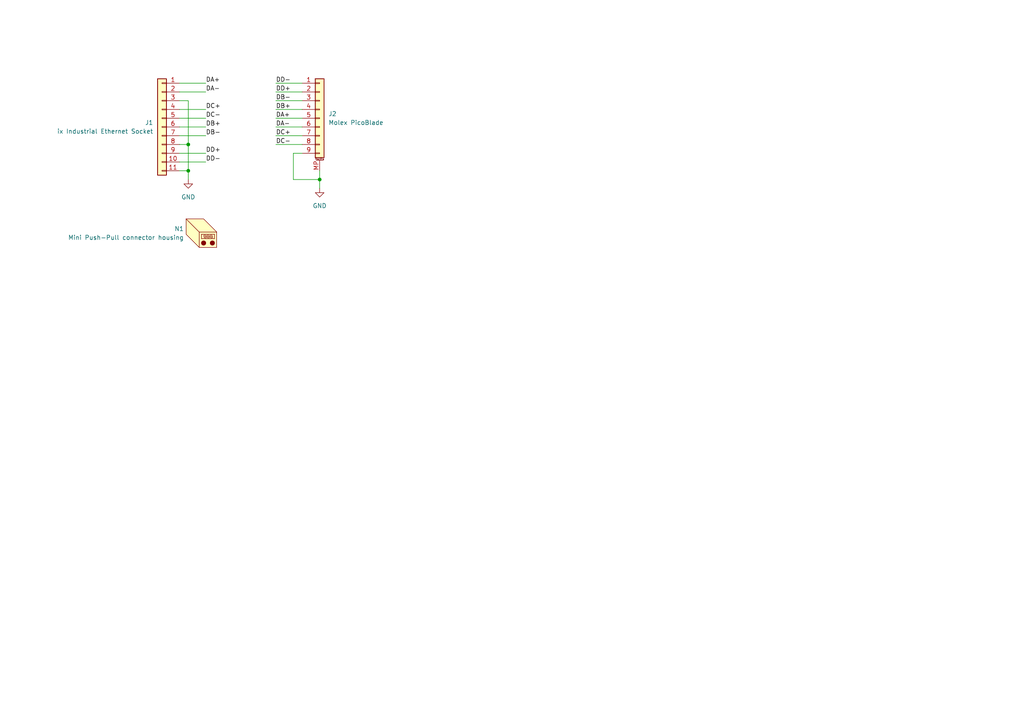
<source format=kicad_sch>
(kicad_sch (version 20231120) (generator "eeschema") (generator_version "8.0")
  (paper "A4")
  (lib_symbols
    (symbol "Connector_Generic:Conn_01x11" (pin_names (offset 1.016) hide)
      (property "Reference" "J" (at 0 15.24 0))
      (property "Value" "Conn_01x11" (at 0 -15.24 0))
      (symbol "Conn_01x11_1_1"
        (rectangle (start -1.27 -12.573) (end 0 -12.827) (stroke (width 0.1524)))
        (rectangle (start -1.27 -10.033) (end 0 -10.287) (stroke (width 0.1524)))
        (rectangle (start -1.27 -7.493) (end 0 -7.747) (stroke (width 0.1524)))
        (rectangle (start -1.27 -4.953) (end 0 -5.207) (stroke (width 0.1524)))
        (rectangle (start -1.27 -2.413) (end 0 -2.667) (stroke (width 0.1524)))
        (rectangle (start -1.27 0.127) (end 0 -0.127) (stroke (width 0.1524)))
        (rectangle (start -1.27 2.667) (end 0 2.413) (stroke (width 0.1524)))
        (rectangle (start -1.27 5.207) (end 0 4.953) (stroke (width 0.1524)))
        (rectangle (start -1.27 7.747) (end 0 7.493) (stroke (width 0.1524)))
        (rectangle (start -1.27 10.287) (end 0 10.033) (stroke (width 0.1524)))
        (rectangle (start -1.27 12.827) (end 0 12.573) (stroke (width 0.1524)))
        (rectangle (start -1.27 13.97) (end 1.27 -13.97) (stroke (width 0.254)) (fill (type background)))
        (pin passive line (at -5.08 12.7 0) (length 3.81) (name "Pin_1") (number "1"))
        (pin passive line (at -5.08 -10.16 0) (length 3.81) (name "Pin_10") (number "10"))
        (pin passive line (at -5.08 -12.7 0) (length 3.81) (name "Pin_11") (number "11"))
        (pin passive line (at -5.08 10.16 0) (length 3.81) (name "Pin_2") (number "2"))
        (pin passive line (at -5.08 7.62 0) (length 3.81) (name "Pin_3") (number "3"))
        (pin passive line (at -5.08 5.08 0) (length 3.81) (name "Pin_4") (number "4"))
        (pin passive line (at -5.08 2.54 0) (length 3.81) (name "Pin_5") (number "5"))
        (pin passive line (at -5.08 0 0) (length 3.81) (name "Pin_6") (number "6"))
        (pin passive line (at -5.08 -2.54 0) (length 3.81) (name "Pin_7") (number "7"))
        (pin passive line (at -5.08 -5.08 0) (length 3.81) (name "Pin_8") (number "8"))
        (pin passive line (at -5.08 -7.62 0) (length 3.81) (name "Pin_9") (number "9"))
      )
    )
    (symbol "Connector_Generic_MountingPin:Conn_01x09_MountingPin" (pin_names (offset 1.016) hide)
      (property "Reference" "J" (at 0 12.7 0))
      (property "Value" "Conn_01x09_MountingPin" (at 1.27 -12.7 0))
      (symbol "Conn_01x09_MountingPin_1_1"
        (rectangle (start -1.27 -10.033) (end 0 -10.287) (stroke (width 0.1524)))
        (rectangle (start -1.27 -7.493) (end 0 -7.747) (stroke (width 0.1524)))
        (rectangle (start -1.27 -4.953) (end 0 -5.207) (stroke (width 0.1524)))
        (rectangle (start -1.27 -2.413) (end 0 -2.667) (stroke (width 0.1524)))
        (rectangle (start -1.27 0.127) (end 0 -0.127) (stroke (width 0.1524)))
        (rectangle (start -1.27 2.667) (end 0 2.413) (stroke (width 0.1524)))
        (rectangle (start -1.27 5.207) (end 0 4.953) (stroke (width 0.1524)))
        (rectangle (start -1.27 7.747) (end 0 7.493) (stroke (width 0.1524)))
        (rectangle (start -1.27 10.287) (end 0 10.033) (stroke (width 0.1524)))
        (rectangle (start -1.27 11.43) (end 1.27 -11.43) (stroke (width 0.254)) (fill (type background)))
        (polyline (pts (xy -1.016 -12.192) (xy 1.016 -12.192)) (stroke (width 0.1524)))
        (text "Mounting" (at 0 -11.811 0) (effects (font (size 0.381 0.381))))
        (pin passive line (at -5.08 10.16 0) (length 3.81) (name "Pin_1") (number "1"))
        (pin passive line (at -5.08 7.62 0) (length 3.81) (name "Pin_2") (number "2"))
        (pin passive line (at -5.08 5.08 0) (length 3.81) (name "Pin_3") (number "3"))
        (pin passive line (at -5.08 2.54 0) (length 3.81) (name "Pin_4") (number "4"))
        (pin passive line (at -5.08 0 0) (length 3.81) (name "Pin_5") (number "5"))
        (pin passive line (at -5.08 -2.54 0) (length 3.81) (name "Pin_6") (number "6"))
        (pin passive line (at -5.08 -5.08 0) (length 3.81) (name "Pin_7") (number "7"))
        (pin passive line (at -5.08 -7.62 0) (length 3.81) (name "Pin_8") (number "8"))
        (pin passive line (at -5.08 -10.16 0) (length 3.81) (name "Pin_9") (number "9"))
        (pin passive line (at 0 -15.24 90) (length 3.048) (name "MountPin") (number "MP"))
      )
    )
    (symbol "Mechanical:Housing" (pin_names (offset 1.016))
      (property "Reference" "N" (at 3.81 0 0))
      (property "Value" "Housing" (at 3.81 -1.905 0))
      (symbol "Housing_0_1"
        (rectangle (start -5.08 -0.635) (end -1.27 -1.905))
        (circle (center -4.445 -3.175) (radius 0.635) (fill (type outline)))
        (circle (center -1.905 -3.175) (radius 0.635) (fill (type outline)))
        (polyline (pts (xy -4.5212 -1.5748) (xy -4.4704 -1.3716)))
        (polyline (pts (xy -4.4196 -1.6764) (xy -4.064 -1.6764)))
        (polyline (pts (xy -4.4196 -1.2192) (xy -4.3688 -0.9652)))
        (polyline (pts (xy -4.318 -1.3208) (xy -4.0132 -1.3208)))
        (polyline (pts (xy -4.2164 -0.9144) (xy -3.9116 -0.9144)))
        (polyline (pts (xy -3.9116 -1.6256) (xy -3.8608 -1.3716)))
        (polyline (pts (xy -3.81 -1.2192) (xy -3.7592 -0.9652)))
        (polyline (pts (xy -3.6068 -1.5748) (xy -3.556 -1.3716)))
        (polyline (pts (xy -3.5052 -1.6764) (xy -3.1496 -1.6764)))
        (polyline (pts (xy -3.5052 -1.2192) (xy -3.4544 -0.9652)))
        (polyline (pts (xy -3.4036 -1.3208) (xy -3.0988 -1.3208)))
        (polyline (pts (xy -3.302 -0.9144) (xy -2.9972 -0.9144)))
        (polyline (pts (xy -2.9972 -1.6256) (xy -2.9464 -1.3716)))
        (polyline (pts (xy -2.8956 -1.2192) (xy -2.8448 -0.9652)))
        (polyline (pts (xy -2.6924 -1.5748) (xy -2.6416 -1.3716)))
        (polyline (pts (xy -2.5908 -1.6764) (xy -2.2352 -1.6764)))
        (polyline (pts (xy -2.5908 -1.2192) (xy -2.54 -0.9652)))
        (polyline (pts (xy -2.4892 -1.3208) (xy -2.1844 -1.3208)))
        (polyline (pts (xy -2.3876 -0.9144) (xy -2.0828 -0.9144)))
        (polyline (pts (xy -2.0828 -1.6256) (xy -2.032 -1.3716)))
        (polyline (pts (xy -1.9812 -1.2192) (xy -1.9304 -0.9652)))
        (polyline (pts (xy -0.635 0) (xy -0.635 -4.445)))
        (polyline (pts (xy -5.715 0) (xy -0.635 0) (xy 3.175 3.81)))
        (polyline (pts (xy -5.715 0) (xy -5.715 -4.445) (xy -0.635 -4.445) (xy 3.175 -0.635) (xy 3.175 3.81) (xy -1.905 3.81) (xy -5.715 0)) (fill (type background)))
      )
    )
    (symbol "power:GND" (power) (pin_numbers hide) (pin_names (offset 0) hide)
      (property "Value" "GND" (at 0 -3.81 0))
      (symbol "GND_0_1"
        (polyline (pts (xy 0 0) (xy 0 -1.27) (xy 1.27 -1.27) (xy 0 -2.54) (xy -1.27 -1.27) (xy 0 -1.27)))
      )
      (symbol "GND_1_1"
        (pin power_in line (at 0 0 270) (length 0) (name "~") (number "1"))
      )
    )
  )
  (junction (at 54.61 41.91))
  (junction (at 92.71 52.07))
  (junction (at 54.61 49.53))
  (wire (pts (xy 59.69 39.37) (xy 52.07 39.37)))
  (wire (pts (xy 80.01 39.37) (xy 87.63 39.37)))
  (wire (pts (xy 54.61 49.53) (xy 54.61 52.07)))
  (wire (pts (xy 59.69 31.75) (xy 52.07 31.75)))
  (wire (pts (xy 87.63 44.45) (xy 85.09 44.45)))
  (wire (pts (xy 80.01 41.91) (xy 87.63 41.91)))
  (wire (pts (xy 59.69 46.99) (xy 52.07 46.99)))
  (wire (pts (xy 80.01 24.13) (xy 87.63 24.13)))
  (wire (pts (xy 92.71 52.07) (xy 92.71 54.61)))
  (wire (pts (xy 52.07 29.21) (xy 54.61 29.21)))
  (wire (pts (xy 80.01 26.67) (xy 87.63 26.67)))
  (wire (pts (xy 80.01 29.21) (xy 87.63 29.21)))
  (wire (pts (xy 54.61 29.21) (xy 54.61 41.91)))
  (wire (pts (xy 59.69 34.29) (xy 52.07 34.29)))
  (wire (pts (xy 52.07 49.53) (xy 54.61 49.53)))
  (wire (pts (xy 92.71 52.07) (xy 92.71 49.53)))
  (wire (pts (xy 52.07 26.67) (xy 59.69 26.67)))
  (wire (pts (xy 59.69 44.45) (xy 52.07 44.45)))
  (wire (pts (xy 80.01 31.75) (xy 87.63 31.75)))
  (wire (pts (xy 85.09 44.45) (xy 85.09 52.07)))
  (wire (pts (xy 85.09 52.07) (xy 92.71 52.07)))
  (wire (pts (xy 52.07 41.91) (xy 54.61 41.91)))
  (wire (pts (xy 59.69 36.83) (xy 52.07 36.83)))
  (wire (pts (xy 59.69 24.13) (xy 52.07 24.13)))
  (wire (pts (xy 80.01 34.29) (xy 87.63 34.29)))
  (wire (pts (xy 80.01 36.83) (xy 87.63 36.83)))
  (wire (pts (xy 54.61 41.91) (xy 54.61 49.53)))
  (label "DA-" (at 80.01 36.83 0))
  (label "DD-" (at 59.69 46.99 0))
  (label "DB+" (at 59.69 36.83 0))
  (label "DC-" (at 80.01 41.91 0))
  (label "DB-" (at 59.69 39.37 0))
  (label "DB+" (at 80.01 31.75 0))
  (label "DD+" (at 80.01 26.67 0))
  (label "DC-" (at 59.69 34.29 0))
  (label "DA-" (at 59.69 26.67 0))
  (label "DD-" (at 80.01 24.13 0))
  (label "DA+" (at 59.69 24.13 0))
  (label "DC+" (at 80.01 39.37 0))
  (label "DD+" (at 59.69 44.45 0))
  (label "DB-" (at 80.01 29.21 0))
  (label "DC+" (at 59.69 31.75 0))
  (label "DA+" (at 80.01 34.29 0))
  (symbol (lib_id "power:GND") (at 92.71 54.61 0) (unit 1)
    (property "Reference" "#PWR01" (effects (hide yes)))
    (property "Value" "GND" (at 92.71 59.69 0))
    (property "Description" "Power symbol creates a global label with name \"GND\" , ground" (effects (hide yes)))
  )
  (symbol (lib_id "Connector_Generic_MountingPin:Conn_01x09_MountingPin") (at 92.71 34.29 0) (unit 1)
    (property "Reference" "J2" (at 95.25 33.02 0) (effects (justify left)))
    (property "Value" "Molex PicoBlade" (at 95.25 35.56 0) (effects (justify left)))
    (property "Footprint" "Connector_Molex:Molex_PicoBlade_53398-0971_1x09-1MP_P1.25mm_Vertical" (effects (hide yes)))
    (property "Manufacturer" "Molex" (effects (hide yes)))
    (property "MPN" "53398-0971" (effects (hide yes)))
    (property "DigiKey" "WM7613CT-ND" (effects (hide yes)))
  )
  (symbol (lib_id "Mechanical:Housing") (at 57.15 67.31 0) (mirror y) (unit 1) (on_board no)
    (property "Reference" "N1" (at 53.34 66.3574 0) (effects (justify left)))
    (property "Value" "Mini Push-Pull connector housing" (at 53.34 68.8974 0) (effects (justify left)))
    (property "Datasheet" "https://b2b.harting.com/files/download/PRD/PDF_DS/PDF_DS_09515210001_EN.pdf" (effects (hide yes)))
    (property "Description" "Housing" (effects (hide yes)))
    (property "DigiKey" "1195-09515210001-ND" (effects (hide yes)))
    (property "MPN" "09515210001" (effects (hide yes)))
    (property "Manufacturer" "Harting" (effects (hide yes)))
  )
  (symbol (lib_id "Connector_Generic:Conn_01x11") (at 46.99 36.83 0) (mirror y) (unit 1)
    (property "Reference" "J1" (at 44.45 35.56 0) (effects (justify left)))
    (property "Value" "ix Industrial Ethernet Socket" (at 44.45 38.1 0) (effects (justify left)))
    (property "Footprint" "0web_footprints:Connector_Harting_09452812561_ix_Industrial_Ethernet" (effects (hide yes)))
    (property "Description" "Generic connector, single row, 01x11, script generated (kicad-library-utils/schlib/autogen/connector/)" (effects (hide yes)))
    (property "DigiKey" "1195-09452812561CT-ND" (effects (hide yes)))
    (property "MPN" "09452812561" (effects (hide yes)))
    (property "Manufacturer" "Harting" (effects (hide yes)))
  )
  (symbol (lib_id "power:GND") (at 54.61 52.07 0) (unit 1)
    (property "Reference" "#PWR02" (effects (hide yes)))
    (property "Value" "GND" (at 54.61 57.15 0))
    (property "Description" "Power symbol creates a global label with name \"GND\" , ground" (effects (hide yes)))
  )
)
</source>
